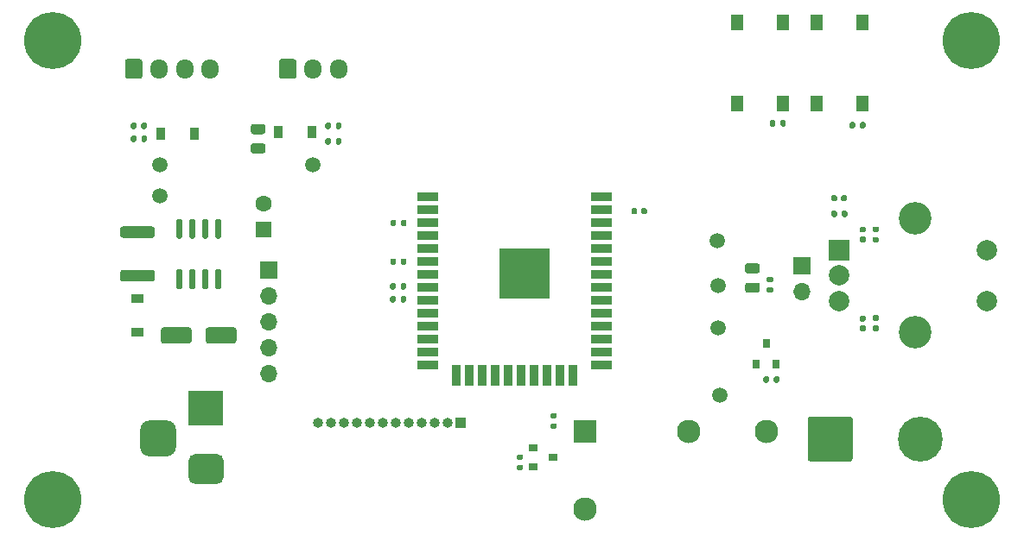
<source format=gbr>
%TF.GenerationSoftware,KiCad,Pcbnew,(5.1.10-1-10_14)*%
%TF.CreationDate,2022-08-23T11:05:15+02:00*%
%TF.ProjectId,RO Flow Counter,524f2046-6c6f-4772-9043-6f756e746572,rev?*%
%TF.SameCoordinates,Original*%
%TF.FileFunction,Soldermask,Bot*%
%TF.FilePolarity,Negative*%
%FSLAX46Y46*%
G04 Gerber Fmt 4.6, Leading zero omitted, Abs format (unit mm)*
G04 Created by KiCad (PCBNEW (5.1.10-1-10_14)) date 2022-08-23 11:05:15*
%MOMM*%
%LPD*%
G01*
G04 APERTURE LIST*
%ADD10C,4.400000*%
%ADD11O,1.700000X1.700000*%
%ADD12R,1.700000X1.700000*%
%ADD13O,1.000000X1.000000*%
%ADD14R,1.000000X1.000000*%
%ADD15R,1.300000X1.550000*%
%ADD16C,1.500000*%
%ADD17R,0.900000X1.200000*%
%ADD18R,2.000000X0.900000*%
%ADD19R,0.900000X2.000000*%
%ADD20R,5.000000X5.000000*%
%ADD21O,1.700000X1.950000*%
%ADD22R,0.800000X0.900000*%
%ADD23R,3.500000X3.500000*%
%ADD24R,0.900000X0.800000*%
%ADD25C,2.300000*%
%ADD26R,2.300000X2.300000*%
%ADD27R,2.000000X2.000000*%
%ADD28C,2.000000*%
%ADD29C,3.200000*%
%ADD30C,5.600000*%
%ADD31R,1.200000X0.900000*%
%ADD32C,1.600000*%
%ADD33R,1.600000X1.600000*%
G04 APERTURE END LIST*
D10*
%TO.C,J7*%
X213955800Y-99060000D03*
G36*
G01*
X202955800Y-101010001D02*
X202955800Y-97109999D01*
G75*
G02*
X203205799Y-96860000I249999J0D01*
G01*
X207105801Y-96860000D01*
G75*
G02*
X207355800Y-97109999I0J-249999D01*
G01*
X207355800Y-101010001D01*
G75*
G02*
X207105801Y-101260000I-249999J0D01*
G01*
X203205799Y-101260000D01*
G75*
G02*
X202955800Y-101010001I0J249999D01*
G01*
G37*
%TD*%
D11*
%TO.C,J1*%
X202374500Y-84582000D03*
D12*
X202374500Y-82042000D03*
%TD*%
%TO.C,C1*%
G36*
G01*
X197060800Y-83711200D02*
X198010800Y-83711200D01*
G75*
G02*
X198260800Y-83961200I0J-250000D01*
G01*
X198260800Y-84461200D01*
G75*
G02*
X198010800Y-84711200I-250000J0D01*
G01*
X197060800Y-84711200D01*
G75*
G02*
X196810800Y-84461200I0J250000D01*
G01*
X196810800Y-83961200D01*
G75*
G02*
X197060800Y-83711200I250000J0D01*
G01*
G37*
G36*
G01*
X197060800Y-81811200D02*
X198010800Y-81811200D01*
G75*
G02*
X198260800Y-82061200I0J-250000D01*
G01*
X198260800Y-82561200D01*
G75*
G02*
X198010800Y-82811200I-250000J0D01*
G01*
X197060800Y-82811200D01*
G75*
G02*
X196810800Y-82561200I0J250000D01*
G01*
X196810800Y-82061200D01*
G75*
G02*
X197060800Y-81811200I250000J0D01*
G01*
G37*
%TD*%
D13*
%TO.C,J2*%
X154940000Y-97472500D03*
X156210000Y-97472500D03*
X157480000Y-97472500D03*
X158750000Y-97472500D03*
X160020000Y-97472500D03*
X161290000Y-97472500D03*
X162560000Y-97472500D03*
X163830000Y-97472500D03*
X165100000Y-97472500D03*
X166370000Y-97472500D03*
X167640000Y-97472500D03*
D14*
X168910000Y-97472500D03*
%TD*%
D15*
%TO.C,SW4*%
X203807500Y-58191500D03*
X208307500Y-58191500D03*
X208307500Y-66141500D03*
X203807500Y-66141500D03*
%TD*%
%TO.C,SW3*%
X200497000Y-66141500D03*
X195997000Y-66141500D03*
X195997000Y-58191500D03*
X200497000Y-58191500D03*
%TD*%
%TO.C,R22*%
G36*
G01*
X163104800Y-78036000D02*
X163104800Y-77666000D01*
G75*
G02*
X163239800Y-77531000I135000J0D01*
G01*
X163509800Y-77531000D01*
G75*
G02*
X163644800Y-77666000I0J-135000D01*
G01*
X163644800Y-78036000D01*
G75*
G02*
X163509800Y-78171000I-135000J0D01*
G01*
X163239800Y-78171000D01*
G75*
G02*
X163104800Y-78036000I0J135000D01*
G01*
G37*
G36*
G01*
X162084800Y-78036000D02*
X162084800Y-77666000D01*
G75*
G02*
X162219800Y-77531000I135000J0D01*
G01*
X162489800Y-77531000D01*
G75*
G02*
X162624800Y-77666000I0J-135000D01*
G01*
X162624800Y-78036000D01*
G75*
G02*
X162489800Y-78171000I-135000J0D01*
G01*
X162219800Y-78171000D01*
G75*
G02*
X162084800Y-78036000I0J135000D01*
G01*
G37*
%TD*%
%TO.C,R21*%
G36*
G01*
X163079400Y-81846000D02*
X163079400Y-81476000D01*
G75*
G02*
X163214400Y-81341000I135000J0D01*
G01*
X163484400Y-81341000D01*
G75*
G02*
X163619400Y-81476000I0J-135000D01*
G01*
X163619400Y-81846000D01*
G75*
G02*
X163484400Y-81981000I-135000J0D01*
G01*
X163214400Y-81981000D01*
G75*
G02*
X163079400Y-81846000I0J135000D01*
G01*
G37*
G36*
G01*
X162059400Y-81846000D02*
X162059400Y-81476000D01*
G75*
G02*
X162194400Y-81341000I135000J0D01*
G01*
X162464400Y-81341000D01*
G75*
G02*
X162599400Y-81476000I0J-135000D01*
G01*
X162599400Y-81846000D01*
G75*
G02*
X162464400Y-81981000I-135000J0D01*
G01*
X162194400Y-81981000D01*
G75*
G02*
X162059400Y-81846000I0J135000D01*
G01*
G37*
%TD*%
D11*
%TO.C,J8*%
X150177500Y-92646500D03*
X150177500Y-90106500D03*
X150177500Y-87566500D03*
X150177500Y-85026500D03*
D12*
X150177500Y-82486500D03*
%TD*%
%TO.C,R20*%
G36*
G01*
X174567000Y-101586000D02*
X174937000Y-101586000D01*
G75*
G02*
X175072000Y-101721000I0J-135000D01*
G01*
X175072000Y-101991000D01*
G75*
G02*
X174937000Y-102126000I-135000J0D01*
G01*
X174567000Y-102126000D01*
G75*
G02*
X174432000Y-101991000I0J135000D01*
G01*
X174432000Y-101721000D01*
G75*
G02*
X174567000Y-101586000I135000J0D01*
G01*
G37*
G36*
G01*
X174567000Y-100566000D02*
X174937000Y-100566000D01*
G75*
G02*
X175072000Y-100701000I0J-135000D01*
G01*
X175072000Y-100971000D01*
G75*
G02*
X174937000Y-101106000I-135000J0D01*
G01*
X174567000Y-101106000D01*
G75*
G02*
X174432000Y-100971000I0J135000D01*
G01*
X174432000Y-100701000D01*
G75*
G02*
X174567000Y-100566000I135000J0D01*
G01*
G37*
%TD*%
D16*
%TO.C,TP9*%
X154432000Y-72136000D03*
%TD*%
%TO.C,TP7*%
X139446000Y-72136000D03*
%TD*%
%TO.C,R19*%
G36*
G01*
X156704000Y-70035000D02*
X156704000Y-69665000D01*
G75*
G02*
X156839000Y-69530000I135000J0D01*
G01*
X157109000Y-69530000D01*
G75*
G02*
X157244000Y-69665000I0J-135000D01*
G01*
X157244000Y-70035000D01*
G75*
G02*
X157109000Y-70170000I-135000J0D01*
G01*
X156839000Y-70170000D01*
G75*
G02*
X156704000Y-70035000I0J135000D01*
G01*
G37*
G36*
G01*
X155684000Y-70035000D02*
X155684000Y-69665000D01*
G75*
G02*
X155819000Y-69530000I135000J0D01*
G01*
X156089000Y-69530000D01*
G75*
G02*
X156224000Y-69665000I0J-135000D01*
G01*
X156224000Y-70035000D01*
G75*
G02*
X156089000Y-70170000I-135000J0D01*
G01*
X155819000Y-70170000D01*
G75*
G02*
X155684000Y-70035000I0J135000D01*
G01*
G37*
%TD*%
%TO.C,R18*%
G36*
G01*
X137174000Y-69411000D02*
X137174000Y-69781000D01*
G75*
G02*
X137039000Y-69916000I-135000J0D01*
G01*
X136769000Y-69916000D01*
G75*
G02*
X136634000Y-69781000I0J135000D01*
G01*
X136634000Y-69411000D01*
G75*
G02*
X136769000Y-69276000I135000J0D01*
G01*
X137039000Y-69276000D01*
G75*
G02*
X137174000Y-69411000I0J-135000D01*
G01*
G37*
G36*
G01*
X138194000Y-69411000D02*
X138194000Y-69781000D01*
G75*
G02*
X138059000Y-69916000I-135000J0D01*
G01*
X137789000Y-69916000D01*
G75*
G02*
X137654000Y-69781000I0J135000D01*
G01*
X137654000Y-69411000D01*
G75*
G02*
X137789000Y-69276000I135000J0D01*
G01*
X138059000Y-69276000D01*
G75*
G02*
X138194000Y-69411000I0J-135000D01*
G01*
G37*
%TD*%
%TO.C,R17*%
G36*
G01*
X162574000Y-83889000D02*
X162574000Y-84259000D01*
G75*
G02*
X162439000Y-84394000I-135000J0D01*
G01*
X162169000Y-84394000D01*
G75*
G02*
X162034000Y-84259000I0J135000D01*
G01*
X162034000Y-83889000D01*
G75*
G02*
X162169000Y-83754000I135000J0D01*
G01*
X162439000Y-83754000D01*
G75*
G02*
X162574000Y-83889000I0J-135000D01*
G01*
G37*
G36*
G01*
X163594000Y-83889000D02*
X163594000Y-84259000D01*
G75*
G02*
X163459000Y-84394000I-135000J0D01*
G01*
X163189000Y-84394000D01*
G75*
G02*
X163054000Y-84259000I0J135000D01*
G01*
X163054000Y-83889000D01*
G75*
G02*
X163189000Y-83754000I135000J0D01*
G01*
X163459000Y-83754000D01*
G75*
G02*
X163594000Y-83889000I0J-135000D01*
G01*
G37*
%TD*%
%TO.C,R16*%
G36*
G01*
X162574000Y-85159000D02*
X162574000Y-85529000D01*
G75*
G02*
X162439000Y-85664000I-135000J0D01*
G01*
X162169000Y-85664000D01*
G75*
G02*
X162034000Y-85529000I0J135000D01*
G01*
X162034000Y-85159000D01*
G75*
G02*
X162169000Y-85024000I135000J0D01*
G01*
X162439000Y-85024000D01*
G75*
G02*
X162574000Y-85159000I0J-135000D01*
G01*
G37*
G36*
G01*
X163594000Y-85159000D02*
X163594000Y-85529000D01*
G75*
G02*
X163459000Y-85664000I-135000J0D01*
G01*
X163189000Y-85664000D01*
G75*
G02*
X163054000Y-85529000I0J135000D01*
G01*
X163054000Y-85159000D01*
G75*
G02*
X163189000Y-85024000I135000J0D01*
G01*
X163459000Y-85024000D01*
G75*
G02*
X163594000Y-85159000I0J-135000D01*
G01*
G37*
%TD*%
%TO.C,R15*%
G36*
G01*
X156224000Y-68141000D02*
X156224000Y-68511000D01*
G75*
G02*
X156089000Y-68646000I-135000J0D01*
G01*
X155819000Y-68646000D01*
G75*
G02*
X155684000Y-68511000I0J135000D01*
G01*
X155684000Y-68141000D01*
G75*
G02*
X155819000Y-68006000I135000J0D01*
G01*
X156089000Y-68006000D01*
G75*
G02*
X156224000Y-68141000I0J-135000D01*
G01*
G37*
G36*
G01*
X157244000Y-68141000D02*
X157244000Y-68511000D01*
G75*
G02*
X157109000Y-68646000I-135000J0D01*
G01*
X156839000Y-68646000D01*
G75*
G02*
X156704000Y-68511000I0J135000D01*
G01*
X156704000Y-68141000D01*
G75*
G02*
X156839000Y-68006000I135000J0D01*
G01*
X157109000Y-68006000D01*
G75*
G02*
X157244000Y-68141000I0J-135000D01*
G01*
G37*
%TD*%
%TO.C,R8*%
G36*
G01*
X137652000Y-68511000D02*
X137652000Y-68141000D01*
G75*
G02*
X137787000Y-68006000I135000J0D01*
G01*
X138057000Y-68006000D01*
G75*
G02*
X138192000Y-68141000I0J-135000D01*
G01*
X138192000Y-68511000D01*
G75*
G02*
X138057000Y-68646000I-135000J0D01*
G01*
X137787000Y-68646000D01*
G75*
G02*
X137652000Y-68511000I0J135000D01*
G01*
G37*
G36*
G01*
X136632000Y-68511000D02*
X136632000Y-68141000D01*
G75*
G02*
X136767000Y-68006000I135000J0D01*
G01*
X137037000Y-68006000D01*
G75*
G02*
X137172000Y-68141000I0J-135000D01*
G01*
X137172000Y-68511000D01*
G75*
G02*
X137037000Y-68646000I-135000J0D01*
G01*
X136767000Y-68646000D01*
G75*
G02*
X136632000Y-68511000I0J135000D01*
G01*
G37*
%TD*%
D17*
%TO.C,D5*%
X142874000Y-69088000D03*
X139574000Y-69088000D03*
%TD*%
D18*
%TO.C,U2*%
X165744000Y-75311000D03*
X165744000Y-76581000D03*
X165744000Y-77851000D03*
X165744000Y-79121000D03*
X165744000Y-80391000D03*
X165744000Y-81661000D03*
X165744000Y-82931000D03*
X165744000Y-84201000D03*
X165744000Y-85471000D03*
X165744000Y-86741000D03*
X165744000Y-88011000D03*
X165744000Y-89281000D03*
X165744000Y-90551000D03*
X165744000Y-91821000D03*
D19*
X168529000Y-92821000D03*
X169799000Y-92821000D03*
X171069000Y-92821000D03*
X172339000Y-92821000D03*
X173609000Y-92821000D03*
X174879000Y-92821000D03*
X176149000Y-92821000D03*
X177419000Y-92821000D03*
X178689000Y-92821000D03*
X179959000Y-92821000D03*
D18*
X182744000Y-91821000D03*
X182744000Y-90551000D03*
X182744000Y-89281000D03*
X182744000Y-88011000D03*
X182744000Y-86741000D03*
X182744000Y-85471000D03*
X182744000Y-84201000D03*
X182744000Y-82931000D03*
X182744000Y-81661000D03*
X182744000Y-80391000D03*
X182744000Y-79121000D03*
X182744000Y-77851000D03*
X182744000Y-76581000D03*
X182744000Y-75311000D03*
D20*
X175244000Y-82811000D03*
%TD*%
%TO.C,R14*%
G36*
G01*
X208073500Y-68447500D02*
X208073500Y-68077500D01*
G75*
G02*
X208208500Y-67942500I135000J0D01*
G01*
X208478500Y-67942500D01*
G75*
G02*
X208613500Y-68077500I0J-135000D01*
G01*
X208613500Y-68447500D01*
G75*
G02*
X208478500Y-68582500I-135000J0D01*
G01*
X208208500Y-68582500D01*
G75*
G02*
X208073500Y-68447500I0J135000D01*
G01*
G37*
G36*
G01*
X207053500Y-68447500D02*
X207053500Y-68077500D01*
G75*
G02*
X207188500Y-67942500I135000J0D01*
G01*
X207458500Y-67942500D01*
G75*
G02*
X207593500Y-68077500I0J-135000D01*
G01*
X207593500Y-68447500D01*
G75*
G02*
X207458500Y-68582500I-135000J0D01*
G01*
X207188500Y-68582500D01*
G75*
G02*
X207053500Y-68447500I0J135000D01*
G01*
G37*
%TD*%
%TO.C,R13*%
G36*
G01*
X200265000Y-68257000D02*
X200265000Y-67887000D01*
G75*
G02*
X200400000Y-67752000I135000J0D01*
G01*
X200670000Y-67752000D01*
G75*
G02*
X200805000Y-67887000I0J-135000D01*
G01*
X200805000Y-68257000D01*
G75*
G02*
X200670000Y-68392000I-135000J0D01*
G01*
X200400000Y-68392000D01*
G75*
G02*
X200265000Y-68257000I0J135000D01*
G01*
G37*
G36*
G01*
X199245000Y-68257000D02*
X199245000Y-67887000D01*
G75*
G02*
X199380000Y-67752000I135000J0D01*
G01*
X199650000Y-67752000D01*
G75*
G02*
X199785000Y-67887000I0J-135000D01*
G01*
X199785000Y-68257000D01*
G75*
G02*
X199650000Y-68392000I-135000J0D01*
G01*
X199380000Y-68392000D01*
G75*
G02*
X199245000Y-68257000I0J135000D01*
G01*
G37*
%TD*%
D21*
%TO.C,J6*%
X144406000Y-62738000D03*
X141906000Y-62738000D03*
X139406000Y-62738000D03*
G36*
G01*
X136056000Y-63463000D02*
X136056000Y-62013000D01*
G75*
G02*
X136306000Y-61763000I250000J0D01*
G01*
X137506000Y-61763000D01*
G75*
G02*
X137756000Y-62013000I0J-250000D01*
G01*
X137756000Y-63463000D01*
G75*
G02*
X137506000Y-63713000I-250000J0D01*
G01*
X136306000Y-63713000D01*
G75*
G02*
X136056000Y-63463000I0J250000D01*
G01*
G37*
%TD*%
%TO.C,J5*%
X157000000Y-62738000D03*
X154500000Y-62738000D03*
G36*
G01*
X151150000Y-63463000D02*
X151150000Y-62013000D01*
G75*
G02*
X151400000Y-61763000I250000J0D01*
G01*
X152600000Y-61763000D01*
G75*
G02*
X152850000Y-62013000I0J-250000D01*
G01*
X152850000Y-63463000D01*
G75*
G02*
X152600000Y-63713000I-250000J0D01*
G01*
X151400000Y-63713000D01*
G75*
G02*
X151150000Y-63463000I0J250000D01*
G01*
G37*
%TD*%
%TO.C,C19*%
G36*
G01*
X186636000Y-76878000D02*
X186636000Y-76538000D01*
G75*
G02*
X186776000Y-76398000I140000J0D01*
G01*
X187056000Y-76398000D01*
G75*
G02*
X187196000Y-76538000I0J-140000D01*
G01*
X187196000Y-76878000D01*
G75*
G02*
X187056000Y-77018000I-140000J0D01*
G01*
X186776000Y-77018000D01*
G75*
G02*
X186636000Y-76878000I0J140000D01*
G01*
G37*
G36*
G01*
X185676000Y-76878000D02*
X185676000Y-76538000D01*
G75*
G02*
X185816000Y-76398000I140000J0D01*
G01*
X186096000Y-76398000D01*
G75*
G02*
X186236000Y-76538000I0J-140000D01*
G01*
X186236000Y-76878000D01*
G75*
G02*
X186096000Y-77018000I-140000J0D01*
G01*
X185816000Y-77018000D01*
G75*
G02*
X185676000Y-76878000I0J140000D01*
G01*
G37*
%TD*%
D16*
%TO.C,TP12*%
X194310000Y-94742000D03*
%TD*%
%TO.C,R12*%
G36*
G01*
X199148001Y-93033000D02*
X199148001Y-93403000D01*
G75*
G02*
X199013001Y-93538000I-135000J0D01*
G01*
X198743001Y-93538000D01*
G75*
G02*
X198608001Y-93403000I0J135000D01*
G01*
X198608001Y-93033000D01*
G75*
G02*
X198743001Y-92898000I135000J0D01*
G01*
X199013001Y-92898000D01*
G75*
G02*
X199148001Y-93033000I0J-135000D01*
G01*
G37*
G36*
G01*
X200168001Y-93033000D02*
X200168001Y-93403000D01*
G75*
G02*
X200033001Y-93538000I-135000J0D01*
G01*
X199763001Y-93538000D01*
G75*
G02*
X199628001Y-93403000I0J135000D01*
G01*
X199628001Y-93033000D01*
G75*
G02*
X199763001Y-92898000I135000J0D01*
G01*
X200033001Y-92898000D01*
G75*
G02*
X200168001Y-93033000I0J-135000D01*
G01*
G37*
%TD*%
D22*
%TO.C,Q4*%
X198882000Y-89678000D03*
X197932000Y-91678000D03*
X199832000Y-91678000D03*
%TD*%
D16*
%TO.C,TP5*%
X194183000Y-88138000D03*
%TD*%
%TO.C,TP3*%
X194183000Y-84010500D03*
%TD*%
%TO.C,TP2*%
X194119500Y-79565500D03*
%TD*%
%TO.C,R11*%
G36*
G01*
X206295500Y-77147000D02*
X206295500Y-76777000D01*
G75*
G02*
X206430500Y-76642000I135000J0D01*
G01*
X206700500Y-76642000D01*
G75*
G02*
X206835500Y-76777000I0J-135000D01*
G01*
X206835500Y-77147000D01*
G75*
G02*
X206700500Y-77282000I-135000J0D01*
G01*
X206430500Y-77282000D01*
G75*
G02*
X206295500Y-77147000I0J135000D01*
G01*
G37*
G36*
G01*
X205275500Y-77147000D02*
X205275500Y-76777000D01*
G75*
G02*
X205410500Y-76642000I135000J0D01*
G01*
X205680500Y-76642000D01*
G75*
G02*
X205815500Y-76777000I0J-135000D01*
G01*
X205815500Y-77147000D01*
G75*
G02*
X205680500Y-77282000I-135000J0D01*
G01*
X205410500Y-77282000D01*
G75*
G02*
X205275500Y-77147000I0J135000D01*
G01*
G37*
%TD*%
%TO.C,R10*%
G36*
G01*
X209428500Y-87935499D02*
X209798500Y-87935499D01*
G75*
G02*
X209933500Y-88070499I0J-135000D01*
G01*
X209933500Y-88340499D01*
G75*
G02*
X209798500Y-88475499I-135000J0D01*
G01*
X209428500Y-88475499D01*
G75*
G02*
X209293500Y-88340499I0J135000D01*
G01*
X209293500Y-88070499D01*
G75*
G02*
X209428500Y-87935499I135000J0D01*
G01*
G37*
G36*
G01*
X209428500Y-86915499D02*
X209798500Y-86915499D01*
G75*
G02*
X209933500Y-87050499I0J-135000D01*
G01*
X209933500Y-87320499D01*
G75*
G02*
X209798500Y-87455499I-135000J0D01*
G01*
X209428500Y-87455499D01*
G75*
G02*
X209293500Y-87320499I0J135000D01*
G01*
X209293500Y-87050499D01*
G75*
G02*
X209428500Y-86915499I135000J0D01*
G01*
G37*
%TD*%
%TO.C,R9*%
G36*
G01*
X209798500Y-78754000D02*
X209428500Y-78754000D01*
G75*
G02*
X209293500Y-78619000I0J135000D01*
G01*
X209293500Y-78349000D01*
G75*
G02*
X209428500Y-78214000I135000J0D01*
G01*
X209798500Y-78214000D01*
G75*
G02*
X209933500Y-78349000I0J-135000D01*
G01*
X209933500Y-78619000D01*
G75*
G02*
X209798500Y-78754000I-135000J0D01*
G01*
G37*
G36*
G01*
X209798500Y-79774000D02*
X209428500Y-79774000D01*
G75*
G02*
X209293500Y-79639000I0J135000D01*
G01*
X209293500Y-79369000D01*
G75*
G02*
X209428500Y-79234000I135000J0D01*
G01*
X209798500Y-79234000D01*
G75*
G02*
X209933500Y-79369000I0J-135000D01*
G01*
X209933500Y-79639000D01*
G75*
G02*
X209798500Y-79774000I-135000J0D01*
G01*
G37*
%TD*%
D17*
%TO.C,D4*%
X151107274Y-68937274D03*
X154407274Y-68937274D03*
%TD*%
%TO.C,C18*%
G36*
G01*
X208513500Y-87521500D02*
X208173500Y-87521500D01*
G75*
G02*
X208033500Y-87381500I0J140000D01*
G01*
X208033500Y-87101500D01*
G75*
G02*
X208173500Y-86961500I140000J0D01*
G01*
X208513500Y-86961500D01*
G75*
G02*
X208653500Y-87101500I0J-140000D01*
G01*
X208653500Y-87381500D01*
G75*
G02*
X208513500Y-87521500I-140000J0D01*
G01*
G37*
G36*
G01*
X208513500Y-88481500D02*
X208173500Y-88481500D01*
G75*
G02*
X208033500Y-88341500I0J140000D01*
G01*
X208033500Y-88061500D01*
G75*
G02*
X208173500Y-87921500I140000J0D01*
G01*
X208513500Y-87921500D01*
G75*
G02*
X208653500Y-88061500I0J-140000D01*
G01*
X208653500Y-88341500D01*
G75*
G02*
X208513500Y-88481500I-140000J0D01*
G01*
G37*
%TD*%
%TO.C,C17*%
G36*
G01*
X208173499Y-78234000D02*
X208513499Y-78234000D01*
G75*
G02*
X208653499Y-78374000I0J-140000D01*
G01*
X208653499Y-78654000D01*
G75*
G02*
X208513499Y-78794000I-140000J0D01*
G01*
X208173499Y-78794000D01*
G75*
G02*
X208033499Y-78654000I0J140000D01*
G01*
X208033499Y-78374000D01*
G75*
G02*
X208173499Y-78234000I140000J0D01*
G01*
G37*
G36*
G01*
X208173499Y-79194000D02*
X208513499Y-79194000D01*
G75*
G02*
X208653499Y-79334000I0J-140000D01*
G01*
X208653499Y-79614000D01*
G75*
G02*
X208513499Y-79754000I-140000J0D01*
G01*
X208173499Y-79754000D01*
G75*
G02*
X208033499Y-79614000I0J140000D01*
G01*
X208033499Y-79334000D01*
G75*
G02*
X208173499Y-79194000I140000J0D01*
G01*
G37*
%TD*%
%TO.C,C16*%
G36*
G01*
X206229500Y-75608000D02*
X206229500Y-75268000D01*
G75*
G02*
X206369500Y-75128000I140000J0D01*
G01*
X206649500Y-75128000D01*
G75*
G02*
X206789500Y-75268000I0J-140000D01*
G01*
X206789500Y-75608000D01*
G75*
G02*
X206649500Y-75748000I-140000J0D01*
G01*
X206369500Y-75748000D01*
G75*
G02*
X206229500Y-75608000I0J140000D01*
G01*
G37*
G36*
G01*
X205269500Y-75608000D02*
X205269500Y-75268000D01*
G75*
G02*
X205409500Y-75128000I140000J0D01*
G01*
X205689500Y-75128000D01*
G75*
G02*
X205829500Y-75268000I0J-140000D01*
G01*
X205829500Y-75608000D01*
G75*
G02*
X205689500Y-75748000I-140000J0D01*
G01*
X205409500Y-75748000D01*
G75*
G02*
X205269500Y-75608000I0J140000D01*
G01*
G37*
%TD*%
%TO.C,J3*%
G36*
G01*
X140175000Y-100750000D02*
X138425000Y-100750000D01*
G75*
G02*
X137550000Y-99875000I0J875000D01*
G01*
X137550000Y-98125000D01*
G75*
G02*
X138425000Y-97250000I875000J0D01*
G01*
X140175000Y-97250000D01*
G75*
G02*
X141050000Y-98125000I0J-875000D01*
G01*
X141050000Y-99875000D01*
G75*
G02*
X140175000Y-100750000I-875000J0D01*
G01*
G37*
G36*
G01*
X145000000Y-103500000D02*
X143000000Y-103500000D01*
G75*
G02*
X142250000Y-102750000I0J750000D01*
G01*
X142250000Y-101250000D01*
G75*
G02*
X143000000Y-100500000I750000J0D01*
G01*
X145000000Y-100500000D01*
G75*
G02*
X145750000Y-101250000I0J-750000D01*
G01*
X145750000Y-102750000D01*
G75*
G02*
X145000000Y-103500000I-750000J0D01*
G01*
G37*
D23*
X144000000Y-96000000D03*
%TD*%
%TO.C,R7*%
G36*
G01*
X178239000Y-97042000D02*
X177869000Y-97042000D01*
G75*
G02*
X177734000Y-96907000I0J135000D01*
G01*
X177734000Y-96637000D01*
G75*
G02*
X177869000Y-96502000I135000J0D01*
G01*
X178239000Y-96502000D01*
G75*
G02*
X178374000Y-96637000I0J-135000D01*
G01*
X178374000Y-96907000D01*
G75*
G02*
X178239000Y-97042000I-135000J0D01*
G01*
G37*
G36*
G01*
X178239000Y-98062000D02*
X177869000Y-98062000D01*
G75*
G02*
X177734000Y-97927000I0J135000D01*
G01*
X177734000Y-97657000D01*
G75*
G02*
X177869000Y-97522000I135000J0D01*
G01*
X178239000Y-97522000D01*
G75*
G02*
X178374000Y-97657000I0J-135000D01*
G01*
X178374000Y-97927000D01*
G75*
G02*
X178239000Y-98062000I-135000J0D01*
G01*
G37*
%TD*%
D24*
%TO.C,Q3*%
X178038000Y-100838000D03*
X176038000Y-99888000D03*
X176038000Y-101788000D03*
%TD*%
D25*
%TO.C,K1*%
X181102000Y-105918000D03*
X198882000Y-98298000D03*
X191262000Y-98298000D03*
D26*
X181102000Y-98298000D03*
%TD*%
%TO.C,U1*%
G36*
G01*
X141219277Y-82394000D02*
X141519277Y-82394000D01*
G75*
G02*
X141669277Y-82544000I0J-150000D01*
G01*
X141669277Y-84194000D01*
G75*
G02*
X141519277Y-84344000I-150000J0D01*
G01*
X141219277Y-84344000D01*
G75*
G02*
X141069277Y-84194000I0J150000D01*
G01*
X141069277Y-82544000D01*
G75*
G02*
X141219277Y-82394000I150000J0D01*
G01*
G37*
G36*
G01*
X142489277Y-82394000D02*
X142789277Y-82394000D01*
G75*
G02*
X142939277Y-82544000I0J-150000D01*
G01*
X142939277Y-84194000D01*
G75*
G02*
X142789277Y-84344000I-150000J0D01*
G01*
X142489277Y-84344000D01*
G75*
G02*
X142339277Y-84194000I0J150000D01*
G01*
X142339277Y-82544000D01*
G75*
G02*
X142489277Y-82394000I150000J0D01*
G01*
G37*
G36*
G01*
X143759277Y-82394000D02*
X144059277Y-82394000D01*
G75*
G02*
X144209277Y-82544000I0J-150000D01*
G01*
X144209277Y-84194000D01*
G75*
G02*
X144059277Y-84344000I-150000J0D01*
G01*
X143759277Y-84344000D01*
G75*
G02*
X143609277Y-84194000I0J150000D01*
G01*
X143609277Y-82544000D01*
G75*
G02*
X143759277Y-82394000I150000J0D01*
G01*
G37*
G36*
G01*
X145029277Y-82394000D02*
X145329277Y-82394000D01*
G75*
G02*
X145479277Y-82544000I0J-150000D01*
G01*
X145479277Y-84194000D01*
G75*
G02*
X145329277Y-84344000I-150000J0D01*
G01*
X145029277Y-84344000D01*
G75*
G02*
X144879277Y-84194000I0J150000D01*
G01*
X144879277Y-82544000D01*
G75*
G02*
X145029277Y-82394000I150000J0D01*
G01*
G37*
G36*
G01*
X145029277Y-77444000D02*
X145329277Y-77444000D01*
G75*
G02*
X145479277Y-77594000I0J-150000D01*
G01*
X145479277Y-79244000D01*
G75*
G02*
X145329277Y-79394000I-150000J0D01*
G01*
X145029277Y-79394000D01*
G75*
G02*
X144879277Y-79244000I0J150000D01*
G01*
X144879277Y-77594000D01*
G75*
G02*
X145029277Y-77444000I150000J0D01*
G01*
G37*
G36*
G01*
X143759277Y-77444000D02*
X144059277Y-77444000D01*
G75*
G02*
X144209277Y-77594000I0J-150000D01*
G01*
X144209277Y-79244000D01*
G75*
G02*
X144059277Y-79394000I-150000J0D01*
G01*
X143759277Y-79394000D01*
G75*
G02*
X143609277Y-79244000I0J150000D01*
G01*
X143609277Y-77594000D01*
G75*
G02*
X143759277Y-77444000I150000J0D01*
G01*
G37*
G36*
G01*
X142489277Y-77444000D02*
X142789277Y-77444000D01*
G75*
G02*
X142939277Y-77594000I0J-150000D01*
G01*
X142939277Y-79244000D01*
G75*
G02*
X142789277Y-79394000I-150000J0D01*
G01*
X142489277Y-79394000D01*
G75*
G02*
X142339277Y-79244000I0J150000D01*
G01*
X142339277Y-77594000D01*
G75*
G02*
X142489277Y-77444000I150000J0D01*
G01*
G37*
G36*
G01*
X141219277Y-77444000D02*
X141519277Y-77444000D01*
G75*
G02*
X141669277Y-77594000I0J-150000D01*
G01*
X141669277Y-79244000D01*
G75*
G02*
X141519277Y-79394000I-150000J0D01*
G01*
X141219277Y-79394000D01*
G75*
G02*
X141069277Y-79244000I0J150000D01*
G01*
X141069277Y-77594000D01*
G75*
G02*
X141219277Y-77444000I150000J0D01*
G01*
G37*
%TD*%
D16*
%TO.C,TP1*%
X139509500Y-75184000D03*
%TD*%
D27*
%TO.C,SW2*%
X205994000Y-80518000D03*
D28*
X205994000Y-83018000D03*
X205994000Y-85518000D03*
D29*
X213494000Y-77418000D03*
X213494000Y-88618000D03*
D28*
X220494000Y-80518000D03*
X220494000Y-85518000D03*
%TD*%
%TO.C,R5*%
G36*
G01*
X199052600Y-84159600D02*
X199422600Y-84159600D01*
G75*
G02*
X199557600Y-84294600I0J-135000D01*
G01*
X199557600Y-84564600D01*
G75*
G02*
X199422600Y-84699600I-135000J0D01*
G01*
X199052600Y-84699600D01*
G75*
G02*
X198917600Y-84564600I0J135000D01*
G01*
X198917600Y-84294600D01*
G75*
G02*
X199052600Y-84159600I135000J0D01*
G01*
G37*
G36*
G01*
X199052600Y-83139600D02*
X199422600Y-83139600D01*
G75*
G02*
X199557600Y-83274600I0J-135000D01*
G01*
X199557600Y-83544600D01*
G75*
G02*
X199422600Y-83679600I-135000J0D01*
G01*
X199052600Y-83679600D01*
G75*
G02*
X198917600Y-83544600I0J135000D01*
G01*
X198917600Y-83274600D01*
G75*
G02*
X199052600Y-83139600I135000J0D01*
G01*
G37*
%TD*%
%TO.C,L1*%
G36*
G01*
X138724281Y-79319000D02*
X135824275Y-79319000D01*
G75*
G02*
X135574278Y-79069003I0J249997D01*
G01*
X135574278Y-78443997D01*
G75*
G02*
X135824275Y-78194000I249997J0D01*
G01*
X138724281Y-78194000D01*
G75*
G02*
X138974278Y-78443997I0J-249997D01*
G01*
X138974278Y-79069003D01*
G75*
G02*
X138724281Y-79319000I-249997J0D01*
G01*
G37*
G36*
G01*
X138724281Y-83594000D02*
X135824275Y-83594000D01*
G75*
G02*
X135574278Y-83344003I0J249997D01*
G01*
X135574278Y-82718997D01*
G75*
G02*
X135824275Y-82469000I249997J0D01*
G01*
X138724281Y-82469000D01*
G75*
G02*
X138974278Y-82718997I0J-249997D01*
G01*
X138974278Y-83344003D01*
G75*
G02*
X138724281Y-83594000I-249997J0D01*
G01*
G37*
%TD*%
D30*
%TO.C,H4*%
X129000000Y-60000000D03*
%TD*%
%TO.C,H3*%
X129000000Y-105000000D03*
%TD*%
%TO.C,H2*%
X219000000Y-60000000D03*
%TD*%
%TO.C,H1*%
X219000000Y-105000000D03*
%TD*%
D31*
%TO.C,D3*%
X137274277Y-88544000D03*
X137274277Y-85244000D03*
%TD*%
%TO.C,C14*%
G36*
G01*
X148623000Y-70046000D02*
X149573000Y-70046000D01*
G75*
G02*
X149823000Y-70296000I0J-250000D01*
G01*
X149823000Y-70796000D01*
G75*
G02*
X149573000Y-71046000I-250000J0D01*
G01*
X148623000Y-71046000D01*
G75*
G02*
X148373000Y-70796000I0J250000D01*
G01*
X148373000Y-70296000D01*
G75*
G02*
X148623000Y-70046000I250000J0D01*
G01*
G37*
G36*
G01*
X148623000Y-68146000D02*
X149573000Y-68146000D01*
G75*
G02*
X149823000Y-68396000I0J-250000D01*
G01*
X149823000Y-68896000D01*
G75*
G02*
X149573000Y-69146000I-250000J0D01*
G01*
X148623000Y-69146000D01*
G75*
G02*
X148373000Y-68896000I0J250000D01*
G01*
X148373000Y-68396000D01*
G75*
G02*
X148623000Y-68146000I250000J0D01*
G01*
G37*
%TD*%
D32*
%TO.C,C6*%
X149606000Y-75986000D03*
D33*
X149606000Y-78486000D03*
%TD*%
%TO.C,C5*%
G36*
G01*
X142574277Y-88344001D02*
X142574277Y-89444001D01*
G75*
G02*
X142324277Y-89694001I-250000J0D01*
G01*
X139824277Y-89694001D01*
G75*
G02*
X139574277Y-89444001I0J250000D01*
G01*
X139574277Y-88344001D01*
G75*
G02*
X139824277Y-88094001I250000J0D01*
G01*
X142324277Y-88094001D01*
G75*
G02*
X142574277Y-88344001I0J-250000D01*
G01*
G37*
G36*
G01*
X146974277Y-88344001D02*
X146974277Y-89444001D01*
G75*
G02*
X146724277Y-89694001I-250000J0D01*
G01*
X144224277Y-89694001D01*
G75*
G02*
X143974277Y-89444001I0J250000D01*
G01*
X143974277Y-88344001D01*
G75*
G02*
X144224277Y-88094001I250000J0D01*
G01*
X146724277Y-88094001D01*
G75*
G02*
X146974277Y-88344001I0J-250000D01*
G01*
G37*
%TD*%
M02*

</source>
